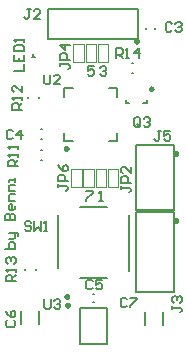
<source format=gto>
%FSDAX25Y25*%
%MOIN*%
%SFA1B1*%

%IPPOS*%
%ADD41C,0.009840*%
%ADD42C,0.007870*%
%ADD43C,0.004920*%
%ADD44C,0.006000*%
%LNptw_ecu_original-1*%
%LPD*%
G36*
X0127303Y0207146D02*
X0125728D01*
X0126516Y0208720*
X0127303Y0207146*
G37*
G54D41*
X0137933Y0176831D02*
D01*
X0137931Y0176865*
X0137928Y0176899*
X0137922Y0176933*
X0137913Y0176966*
X0137903Y0176999*
X0137890Y0177031*
X0137875Y0177061*
X0137858Y0177091*
X0137839Y0177120*
X0137817Y0177147*
X0137794Y0177172*
X0137770Y0177196*
X0137743Y0177218*
X0137716Y0177238*
X0137687Y0177257*
X0137656Y0177273*
X0137625Y0177287*
X0137593Y0177298*
X0137560Y0177308*
X0137526Y0177315*
X0137492Y0177320*
X0137458Y0177322*
X0137423*
X0137389Y0177320*
X0137355Y0177315*
X0137321Y0177308*
X0137288Y0177298*
X0137256Y0177287*
X0137225Y0177273*
X0137195Y0177257*
X0137165Y0177238*
X0137138Y0177218*
X0137111Y0177196*
X0137087Y0177172*
X0137064Y0177147*
X0137042Y0177120*
X0137023Y0177091*
X0137006Y0177061*
X0136991Y0177031*
X0136978Y0176999*
X0136968Y0176966*
X0136959Y0176933*
X0136953Y0176899*
X0136950Y0176865*
X0136949Y0176831*
X0136950Y0176796*
X0136953Y0176762*
X0136959Y0176728*
X0136968Y0176695*
X0136978Y0176662*
X0136991Y0176630*
X0137006Y0176600*
X0137023Y0176570*
X0137042Y0176541*
X0137064Y0176514*
X0137087Y0176489*
X0137111Y0176465*
X0137138Y0176443*
X0137165Y0176423*
X0137195Y0176404*
X0137225Y0176388*
X0137256Y0176374*
X0137288Y0176363*
X0137321Y0176353*
X0137355Y0176346*
X0137389Y0176341*
X0137423Y0176339*
X0137458*
X0137492Y0176341*
X0137526Y0176346*
X0137560Y0176353*
X0137593Y0176363*
X0137625Y0176374*
X0137656Y0176388*
X0137687Y0176404*
X0137716Y0176423*
X0137743Y0176443*
X0137770Y0176465*
X0137794Y0176489*
X0137817Y0176514*
X0137839Y0176541*
X0137858Y0176570*
X0137875Y0176600*
X0137890Y0176630*
X0137903Y0176662*
X0137913Y0176695*
X0137922Y0176728*
X0137928Y0176762*
X0137931Y0176796*
X0137933Y0176831*
X0174449Y0175157D02*
D01*
X0174447Y0175191*
X0174444Y0175225*
X0174438Y0175259*
X0174429Y0175292*
X0174419Y0175325*
X0174406Y0175357*
X0174391Y0175387*
X0174374Y0175417*
X0174355Y0175446*
X0174333Y0175473*
X0174310Y0175498*
X0174286Y0175522*
X0174259Y0175544*
X0174232Y0175564*
X0174203Y0175583*
X0174172Y0175599*
X0174141Y0175613*
X0174109Y0175624*
X0174076Y0175634*
X0174042Y0175641*
X0174008Y0175646*
X0173974Y0175648*
X0173939*
X0173905Y0175646*
X0173871Y0175641*
X0173837Y0175634*
X0173804Y0175624*
X0173772Y0175613*
X0173741Y0175599*
X0173711Y0175583*
X0173681Y0175564*
X0173654Y0175544*
X0173627Y0175522*
X0173603Y0175498*
X0173580Y0175473*
X0173558Y0175446*
X0173539Y0175417*
X0173522Y0175387*
X0173507Y0175357*
X0173494Y0175325*
X0173484Y0175292*
X0173475Y0175259*
X0173469Y0175225*
X0173466Y0175191*
X0173465Y0175157*
X0173466Y0175122*
X0173469Y0175088*
X0173475Y0175054*
X0173484Y0175021*
X0173494Y0174988*
X0173507Y0174956*
X0173522Y0174926*
X0173539Y0174896*
X0173558Y0174867*
X0173580Y0174840*
X0173603Y0174815*
X0173627Y0174791*
X0173654Y0174769*
X0173681Y0174749*
X0173711Y0174730*
X0173741Y0174714*
X0173772Y0174700*
X0173804Y0174689*
X0173837Y0174679*
X0173871Y0174672*
X0173905Y0174667*
X0173939Y0174665*
X0173974*
X0174008Y0174667*
X0174042Y0174672*
X0174076Y0174679*
X0174109Y0174689*
X0174141Y0174700*
X0174172Y0174714*
X0174203Y0174730*
X0174232Y0174749*
X0174259Y0174769*
X0174286Y0174791*
X0174310Y0174815*
X0174333Y0174840*
X0174355Y0174867*
X0174374Y0174896*
X0174391Y0174926*
X0174406Y0174956*
X0174419Y0174988*
X0174429Y0175021*
X0174438Y0175054*
X0174444Y0175088*
X0174447Y0175122*
X0174449Y0175157*
X0166279Y0196713D02*
D01*
X0166277Y0196747*
X0166274Y0196781*
X0166268Y0196815*
X0166259Y0196848*
X0166249Y0196881*
X0166236Y0196913*
X0166221Y0196943*
X0166204Y0196973*
X0166185Y0197002*
X0166163Y0197029*
X0166140Y0197054*
X0166116Y0197078*
X0166089Y0197100*
X0166062Y0197120*
X0166033Y0197139*
X0166002Y0197155*
X0165971Y0197169*
X0165939Y0197180*
X0165906Y0197190*
X0165872Y0197197*
X0165838Y0197202*
X0165804Y0197204*
X0165769*
X0165735Y0197202*
X0165701Y0197197*
X0165667Y0197190*
X0165634Y0197180*
X0165602Y0197169*
X0165571Y0197155*
X0165541Y0197139*
X0165511Y0197120*
X0165484Y0197100*
X0165457Y0197078*
X0165433Y0197054*
X0165410Y0197029*
X0165388Y0197002*
X0165369Y0196973*
X0165352Y0196943*
X0165337Y0196913*
X0165324Y0196881*
X0165314Y0196848*
X0165305Y0196815*
X0165299Y0196781*
X0165296Y0196747*
X0165295Y0196713*
X0165296Y0196678*
X0165299Y0196644*
X0165305Y0196610*
X0165314Y0196577*
X0165324Y0196544*
X0165337Y0196512*
X0165352Y0196482*
X0165369Y0196452*
X0165388Y0196423*
X0165410Y0196396*
X0165433Y0196371*
X0165457Y0196347*
X0165484Y0196325*
X0165511Y0196305*
X0165541Y0196286*
X0165571Y0196270*
X0165602Y0196256*
X0165634Y0196245*
X0165667Y0196235*
X0165701Y0196228*
X0165735Y0196223*
X0165769Y0196221*
X0165804*
X0165838Y0196223*
X0165872Y0196228*
X0165906Y0196235*
X0165939Y0196245*
X0165971Y0196256*
X0166002Y0196270*
X0166033Y0196286*
X0166062Y0196305*
X0166089Y0196325*
X0166116Y0196347*
X0166140Y0196371*
X0166163Y0196396*
X0166185Y0196423*
X0166204Y0196452*
X0166221Y0196482*
X0166236Y0196512*
X0166249Y0196544*
X0166259Y0196577*
X0166268Y0196610*
X0166274Y0196644*
X0166277Y0196678*
X0166279Y0196713*
X0138130Y0127520D02*
D01*
X0138128Y0127554*
X0138125Y0127588*
X0138119Y0127622*
X0138110Y0127655*
X0138100Y0127688*
X0138087Y0127720*
X0138072Y0127750*
X0138055Y0127780*
X0138036Y0127809*
X0138014Y0127836*
X0137991Y0127861*
X0137967Y0127885*
X0137940Y0127907*
X0137913Y0127927*
X0137884Y0127946*
X0137853Y0127962*
X0137822Y0127976*
X0137790Y0127987*
X0137757Y0127997*
X0137723Y0128004*
X0137689Y0128009*
X0137655Y0128011*
X0137620*
X0137586Y0128009*
X0137552Y0128004*
X0137518Y0127997*
X0137485Y0127987*
X0137453Y0127976*
X0137422Y0127962*
X0137392Y0127946*
X0137362Y0127927*
X0137335Y0127907*
X0137308Y0127885*
X0137284Y0127861*
X0137261Y0127836*
X0137239Y0127809*
X0137220Y0127780*
X0137203Y0127750*
X0137188Y0127720*
X0137175Y0127688*
X0137165Y0127655*
X0137156Y0127622*
X0137150Y0127588*
X0137147Y0127554*
X0137146Y0127520*
X0137147Y0127485*
X0137150Y0127451*
X0137156Y0127417*
X0137165Y0127384*
X0137175Y0127351*
X0137188Y0127319*
X0137203Y0127289*
X0137220Y0127259*
X0137239Y0127230*
X0137261Y0127203*
X0137284Y0127178*
X0137308Y0127154*
X0137335Y0127132*
X0137362Y0127112*
X0137392Y0127093*
X0137422Y0127077*
X0137453Y0127063*
X0137485Y0127052*
X0137518Y0127042*
X0137552Y0127035*
X0137586Y0127030*
X0137620Y0127028*
X0137655*
X0137689Y0127030*
X0137723Y0127035*
X0137757Y0127042*
X0137790Y0127052*
X0137822Y0127063*
X0137853Y0127077*
X0137884Y0127093*
X0137913Y0127112*
X0137940Y0127132*
X0137967Y0127154*
X0137991Y0127178*
X0138014Y0127203*
X0138036Y0127230*
X0138055Y0127259*
X0138072Y0127289*
X0138087Y0127319*
X0138100Y0127351*
X0138110Y0127384*
X0138119Y0127417*
X0138125Y0127451*
X0138128Y0127485*
X0138130Y0127520*
X0161516Y0212657D02*
D01*
X0161514Y0212691*
X0161511Y0212725*
X0161505Y0212759*
X0161496Y0212792*
X0161486Y0212825*
X0161473Y0212857*
X0161458Y0212887*
X0161441Y0212917*
X0161422Y0212946*
X0161400Y0212973*
X0161377Y0212998*
X0161353Y0213022*
X0161326Y0213044*
X0161299Y0213064*
X0161270Y0213083*
X0161239Y0213099*
X0161208Y0213113*
X0161176Y0213124*
X0161143Y0213134*
X0161109Y0213141*
X0161075Y0213146*
X0161041Y0213148*
X0161006*
X0160972Y0213146*
X0160938Y0213141*
X0160904Y0213134*
X0160871Y0213124*
X0160839Y0213113*
X0160808Y0213099*
X0160778Y0213083*
X0160748Y0213064*
X0160721Y0213044*
X0160694Y0213022*
X0160670Y0212998*
X0160647Y0212973*
X0160625Y0212946*
X0160606Y0212917*
X0160589Y0212887*
X0160574Y0212857*
X0160561Y0212825*
X0160551Y0212792*
X0160542Y0212759*
X0160536Y0212725*
X0160533Y0212691*
X0160532Y0212657*
X0160533Y0212622*
X0160536Y0212588*
X0160542Y0212554*
X0160551Y0212521*
X0160561Y0212488*
X0160574Y0212456*
X0160589Y0212426*
X0160606Y0212396*
X0160625Y0212367*
X0160647Y0212340*
X0160670Y0212315*
X0160694Y0212291*
X0160721Y0212269*
X0160748Y0212249*
X0160778Y0212230*
X0160808Y0212214*
X0160839Y0212200*
X0160871Y0212189*
X0160904Y0212179*
X0160938Y0212172*
X0160972Y0212167*
X0161006Y0212165*
X0161041*
X0161075Y0212167*
X0161109Y0212172*
X0161143Y0212179*
X0161176Y0212189*
X0161208Y0212200*
X0161239Y0212214*
X0161270Y0212230*
X0161299Y0212249*
X0161326Y0212269*
X0161353Y0212291*
X0161377Y0212315*
X0161400Y0212340*
X0161422Y0212367*
X0161441Y0212396*
X0161458Y0212426*
X0161473Y0212456*
X0161486Y0212488*
X0161496Y0212521*
X0161505Y0212554*
X0161511Y0212588*
X0161514Y0212622*
X0161516Y0212657*
X0138425Y0124665D02*
D01*
X0138423Y0124699*
X0138420Y0124733*
X0138414Y0124767*
X0138405Y0124800*
X0138395Y0124833*
X0138382Y0124865*
X0138367Y0124895*
X0138350Y0124925*
X0138331Y0124954*
X0138309Y0124981*
X0138286Y0125006*
X0138262Y0125030*
X0138235Y0125052*
X0138208Y0125072*
X0138179Y0125091*
X0138148Y0125107*
X0138117Y0125121*
X0138085Y0125132*
X0138052Y0125142*
X0138018Y0125149*
X0137984Y0125154*
X0137950Y0125156*
X0137915*
X0137881Y0125154*
X0137847Y0125149*
X0137813Y0125142*
X0137780Y0125132*
X0137748Y0125121*
X0137717Y0125107*
X0137687Y0125091*
X0137657Y0125072*
X0137630Y0125052*
X0137603Y0125030*
X0137579Y0125006*
X0137556Y0124981*
X0137534Y0124954*
X0137515Y0124925*
X0137498Y0124895*
X0137483Y0124865*
X0137470Y0124833*
X0137460Y0124800*
X0137451Y0124767*
X0137445Y0124733*
X0137442Y0124699*
X0137441Y0124665*
X0137442Y0124630*
X0137445Y0124596*
X0137451Y0124562*
X0137460Y0124529*
X0137470Y0124496*
X0137483Y0124464*
X0137498Y0124434*
X0137515Y0124404*
X0137534Y0124375*
X0137556Y0124348*
X0137579Y0124323*
X0137603Y0124299*
X0137630Y0124277*
X0137657Y0124257*
X0137687Y0124238*
X0137717Y0124222*
X0137748Y0124208*
X0137780Y0124197*
X0137813Y0124187*
X0137847Y0124180*
X0137881Y0124175*
X0137915Y0124173*
X0137950*
X0137984Y0124175*
X0138018Y0124180*
X0138052Y0124187*
X0138085Y0124197*
X0138117Y0124208*
X0138148Y0124222*
X0138179Y0124238*
X0138208Y0124257*
X0138235Y0124277*
X0138262Y0124299*
X0138286Y0124323*
X0138309Y0124348*
X0138331Y0124375*
X0138350Y0124404*
X0138367Y0124434*
X0138382Y0124464*
X0138395Y0124496*
X0138405Y0124529*
X0138414Y0124562*
X0138420Y0124596*
X0138423Y0124630*
X0138425Y0124665*
X0174449Y0152815D02*
D01*
X0174447Y0152849*
X0174444Y0152883*
X0174438Y0152917*
X0174429Y0152950*
X0174419Y0152983*
X0174406Y0153015*
X0174391Y0153045*
X0174374Y0153075*
X0174355Y0153104*
X0174333Y0153131*
X0174310Y0153156*
X0174286Y0153180*
X0174259Y0153202*
X0174232Y0153222*
X0174203Y0153241*
X0174172Y0153257*
X0174141Y0153271*
X0174109Y0153282*
X0174076Y0153292*
X0174042Y0153299*
X0174008Y0153304*
X0173974Y0153306*
X0173939*
X0173905Y0153304*
X0173871Y0153299*
X0173837Y0153292*
X0173804Y0153282*
X0173772Y0153271*
X0173741Y0153257*
X0173711Y0153241*
X0173681Y0153222*
X0173654Y0153202*
X0173627Y0153180*
X0173603Y0153156*
X0173580Y0153131*
X0173558Y0153104*
X0173539Y0153075*
X0173522Y0153045*
X0173507Y0153015*
X0173494Y0152983*
X0173484Y0152950*
X0173475Y0152917*
X0173469Y0152883*
X0173466Y0152849*
X0173465Y0152815*
X0173466Y0152780*
X0173469Y0152746*
X0173475Y0152712*
X0173484Y0152679*
X0173494Y0152646*
X0173507Y0152614*
X0173522Y0152584*
X0173539Y0152554*
X0173558Y0152525*
X0173580Y0152498*
X0173603Y0152473*
X0173627Y0152449*
X0173654Y0152427*
X0173681Y0152407*
X0173711Y0152388*
X0173741Y0152372*
X0173772Y0152358*
X0173804Y0152347*
X0173837Y0152337*
X0173871Y0152330*
X0173905Y0152325*
X0173939Y0152323*
X0173974*
X0174008Y0152325*
X0174042Y0152330*
X0174076Y0152337*
X0174109Y0152347*
X0174141Y0152358*
X0174172Y0152372*
X0174203Y0152388*
X0174232Y0152407*
X0174259Y0152427*
X0174286Y0152449*
X0174310Y0152473*
X0174333Y0152498*
X0174355Y0152525*
X0174374Y0152554*
X0174391Y0152584*
X0174406Y0152614*
X0174419Y0152646*
X0174429Y0152679*
X0174438Y0152712*
X0174444Y0152746*
X0174447Y0152780*
X0174449Y0152815*
G54D42*
X0124744Y0193661D02*
Y0194055D01*
X0128287Y0193661D02*
Y0194055D01*
X0136850Y0179390D02*
X0139606D01*
X0136850D02*
Y0182146D01*
X0151614Y0179390D02*
X0154370D01*
Y0182146*
X0151614Y0196909D02*
X0154370D01*
Y0194153D02*
Y0196909D01*
X0136850D02*
X0139606D01*
X0136850Y0194153D02*
Y0196909D01*
X0160767Y0156260D02*
Y0177914D01*
X0173365Y0156260D02*
Y0177914D01*
X0160767D02*
X0173365D01*
X0160767Y0156260D02*
X0173365D01*
X0157323Y0191988D02*
X0158504D01*
X0157323D02*
Y0193169D01*
X0163228Y0191988D02*
X0164409D01*
Y0193169*
X0159488Y0201929D02*
X0159882D01*
X0159488Y0205472D02*
X0159882D01*
X0164016Y0216791D02*
Y0217185D01*
X0167165Y0216791D02*
Y0217185D01*
X0142165Y0133622D02*
X0150933D01*
X0158307Y0136071D02*
Y0154795D01*
X0142059Y0157244D02*
X0150933D01*
X0134685Y0137165D02*
Y0154795D01*
X0129075Y0183228D02*
X0129469D01*
X0129075Y0180079D02*
X0129469D01*
X0129075Y0172894D02*
X0129469D01*
X0129075Y0176437D02*
X0129469D01*
X0161496Y0213268D02*
Y0223268D01*
X0131496Y0213268D02*
X0161496D01*
X0131496D02*
Y0223268D01*
X0161496*
X0142165Y0111575D02*
X0151221D01*
X0142165Y0123779D02*
X0151221D01*
Y0111575D02*
Y0123779D01*
X0142165Y0111575D02*
Y0123779D01*
X0146496Y0128307D02*
X0146890D01*
X0146496Y0125551D02*
X0146890D01*
X0160768Y0155768D02*
X0173366D01*
Y0129194D02*
Y0155768D01*
X0160768Y0129194D02*
X0173366D01*
X0160768D02*
Y0155768D01*
X0163917Y0118169D02*
Y0122500D01*
X0169823Y0118169D02*
Y0122500D01*
X0128386Y0118268D02*
Y0122598D01*
X0122480Y0118268D02*
Y0122598D01*
X0127272Y0136303D02*
Y0136697D01*
X0123728Y0136303D02*
Y0136697D01*
G54D43*
X0143937Y0211673D02*
X0147480D01*
X0143937Y0205571D02*
Y0211673D01*
Y0205571D02*
X0147480D01*
Y0211673*
X0147972D02*
X0151516D01*
X0147972Y0205571D02*
Y0211673D01*
Y0205571D02*
X0151516D01*
Y0211673*
X0139902D02*
X0143445D01*
X0139902Y0205571D02*
Y0211673D01*
Y0205571D02*
X0143445D01*
Y0211673*
X0147283Y0164035D02*
X0150827D01*
Y0170138*
X0147283D02*
X0150827D01*
X0147283Y0164035D02*
Y0170138D01*
X0143248Y0164035D02*
X0146791D01*
Y0170138*
X0143248D02*
X0146791D01*
X0143248Y0164035D02*
Y0170138D01*
X0139213Y0164035D02*
X0142756D01*
Y0170138*
X0139213D02*
X0142756D01*
X0139213Y0164035D02*
Y0170138D01*
X0151319Y0164035D02*
X0154862D01*
Y0170138*
X0151319D02*
X0154862D01*
X0151319Y0164035D02*
Y0170138D01*
G54D44*
X0117214Y0143465D02*
X0120413D01*
Y0145064*
X0119880Y0145597*
X0119347*
X0118814*
X0118281Y0145064*
Y0143465*
Y0146663D02*
X0119880D01*
X0120413Y0147197*
Y0148796*
X0120947*
X0121480Y0148263*
Y0147730*
X0120413Y0148796D02*
X0118281D01*
X0117214Y0153061D02*
X0120413D01*
Y0154661*
X0119880Y0155194*
X0119347*
X0118814Y0154661*
Y0153061*
Y0154661*
X0118281Y0155194*
X0117748*
X0117214Y0154661*
Y0153061*
X0120413Y0157860D02*
Y0156794D01*
X0119880Y0156260*
X0118814*
X0118281Y0156794*
Y0157860*
X0118814Y0158393*
X0119347*
Y0156260*
X0120413Y0159459D02*
X0118281D01*
Y0161059*
X0118814Y0161592*
X0120413*
Y0162658D02*
X0118281D01*
Y0164258*
X0118814Y0164791*
X0120413*
Y0165857D02*
Y0166924D01*
Y0166391*
X0118281*
Y0165857*
X0122677Y0189823D02*
X0119478D01*
Y0191422*
X0120011Y0191955*
X0121078*
X0121611Y0191422*
Y0189823*
Y0190889D02*
X0122677Y0191955D01*
Y0193022D02*
Y0194088D01*
Y0193555*
X0119478*
X0120011Y0193022*
X0122677Y0197820D02*
Y0195688D01*
X0120545Y0197820*
X0120011*
X0119478Y0197287*
Y0196221*
X0120011Y0195688*
X0146759Y0204341D02*
X0144626D01*
Y0202741*
X0145692Y0203274*
X0146226*
X0146759Y0202741*
Y0201675*
X0146226Y0201142*
X0145159*
X0144626Y0201675*
X0130059Y0201486D02*
Y0198821D01*
X0130592Y0198287*
X0131658*
X0132192Y0198821*
Y0201486*
X0135391Y0198287D02*
X0133258D01*
X0135391Y0200420*
Y0200953*
X0134857Y0201486*
X0133791*
X0133258Y0200953*
X0148760Y0203709D02*
X0149293Y0204242D01*
X0150359*
X0150892Y0203709*
Y0203176*
X0150359Y0202643*
X0149826*
X0150359*
X0150892Y0202110*
Y0201576*
X0150359Y0201043*
X0149293*
X0148760Y0201576*
X0135521Y0205440D02*
Y0204373D01*
Y0204907*
X0138187*
X0138721Y0204373*
Y0203840*
X0138187Y0203307*
X0138721Y0206506D02*
X0135521D01*
Y0208105*
X0136055Y0208639*
X0137121*
X0137654Y0208105*
Y0206506*
X0138721Y0211304D02*
X0135521D01*
X0137121Y0209705*
Y0211838*
X0169003Y0182687D02*
X0167936D01*
X0168470*
Y0180021*
X0167936Y0179488*
X0167403*
X0166870Y0180021*
X0172202Y0182687D02*
X0170069D01*
Y0181088*
X0171135Y0181621*
X0171669*
X0172202Y0181088*
Y0180021*
X0171669Y0179488*
X0170602*
X0170069Y0180021*
X0162211Y0184549D02*
Y0186681D01*
X0161678Y0187215*
X0160612*
X0160079Y0186681*
Y0184549*
X0160612Y0184016*
X0161678*
X0161145Y0185082D02*
X0162211Y0184016D01*
X0161678D02*
X0162211Y0184549D01*
X0163278Y0186681D02*
X0163811Y0187215D01*
X0164877*
X0165410Y0186681*
Y0186148*
X0164877Y0185615*
X0164344*
X0164877*
X0165410Y0185082*
Y0184549*
X0164877Y0184016*
X0163811*
X0163278Y0184549*
X0154173Y0207047D02*
Y0210246D01*
X0155773*
X0156306Y0209713*
Y0208647*
X0155773Y0208114*
X0154173*
X0155240D02*
X0156306Y0207047D01*
X0157372D02*
X0158439D01*
X0157905*
Y0210246*
X0157372Y0209713*
X0161637Y0207047D02*
Y0210246D01*
X0160038Y0208647*
X0162171*
X0172743Y0218473D02*
X0172210Y0219006D01*
X0171143*
X0170610Y0218473*
Y0216340*
X0171143Y0215807*
X0172210*
X0172743Y0216340*
X0173809Y0218473D02*
X0174342Y0219006D01*
X0175409*
X0175942Y0218473*
Y0217940*
X0175409Y0217407*
X0174875*
X0175409*
X0175942Y0216873*
Y0216340*
X0175409Y0215807*
X0174342*
X0173809Y0216340*
X0125794Y0152134D02*
X0125261Y0152667D01*
X0124195*
X0123661Y0152134*
Y0151601*
X0124195Y0151068*
X0125261*
X0125794Y0150535*
Y0150002*
X0125261Y0149469*
X0124195*
X0123661Y0150002*
X0126860Y0152667D02*
Y0149469D01*
X0127927Y0150535*
X0128993Y0149469*
Y0152667*
X0130059Y0149469D02*
X0131126D01*
X0130593*
Y0152667*
X0130059Y0152134*
X0148563Y0159508D02*
X0149629D01*
X0149096*
Y0162707*
X0148563Y0162174*
X0144134Y0162707D02*
X0146266D01*
Y0162174*
X0144134Y0160041*
Y0159508*
X0134833Y0164987D02*
Y0163921D01*
Y0164454*
X0137498*
X0138031Y0163921*
Y0163388*
X0137498Y0162854*
X0138031Y0166053D02*
X0134833D01*
Y0167653*
X0135366Y0168186*
X0136432*
X0136965Y0167653*
Y0166053*
X0134833Y0171385D02*
X0135366Y0170319D01*
X0136432Y0169252*
X0137498*
X0138031Y0169785*
Y0170852*
X0137498Y0171385*
X0136965*
X0136432Y0170852*
Y0169252*
X0155895Y0164396D02*
Y0163330D01*
Y0163863*
X0158561*
X0159095Y0163330*
Y0162797*
X0158561Y0162264*
X0159095Y0165463D02*
X0155895D01*
Y0167062*
X0156429Y0167595*
X0157495*
X0158028Y0167062*
Y0165463*
X0159095Y0170794D02*
Y0168662D01*
X0156962Y0170794*
X0156429*
X0155895Y0170261*
Y0169195*
X0156429Y0168662*
X0119790Y0182548D02*
X0119257Y0183081D01*
X0118191*
X0117657Y0182548*
Y0180415*
X0118191Y0179882*
X0119257*
X0119790Y0180415*
X0122456Y0179882D02*
Y0183081D01*
X0120856Y0181481*
X0122989*
X0121398Y0170925D02*
X0118199D01*
Y0172525*
X0118732Y0173058*
X0119798*
X0120331Y0172525*
Y0170925*
Y0171992D02*
X0121398Y0173058D01*
Y0174124D02*
Y0175190D01*
Y0174657*
X0118199*
X0118732Y0174124*
X0121398Y0176790D02*
Y0177856D01*
Y0177323*
X0118199*
X0118732Y0176790*
X0120167Y0202815D02*
X0123366D01*
Y0204948*
X0120167Y0208147D02*
Y0206014D01*
X0123366*
Y0208147*
X0121767Y0206014D02*
Y0207080D01*
X0120167Y0209213D02*
X0123366D01*
Y0210812*
X0122833Y0211346*
X0120700*
X0120167Y0210812*
Y0209213*
X0123366Y0212412D02*
Y0213478D01*
Y0212945*
X0120167*
X0120700Y0212412*
X0130256Y0126683D02*
Y0124017D01*
X0130789Y0123484*
X0131855*
X0132389Y0124017*
Y0126683*
X0133455Y0126150D02*
X0133988Y0126683D01*
X0135054*
X0135588Y0126150*
Y0125617*
X0135054Y0125084*
X0134521*
X0135054*
X0135588Y0124551*
Y0124017*
X0135054Y0123484*
X0133988*
X0133455Y0124017*
X0120610Y0132539D02*
X0117411D01*
Y0134139*
X0117944Y0134672*
X0119011*
X0119544Y0134139*
Y0132539*
Y0133606D02*
X0120610Y0134672D01*
Y0135738D02*
Y0136805D01*
Y0136272*
X0117411*
X0117944Y0135738*
Y0138404D02*
X0117411Y0138937D01*
Y0140004*
X0117944Y0140537*
X0118478*
X0119011Y0140004*
Y0139471*
Y0140004*
X0119544Y0140537*
X0120077*
X0120610Y0140004*
Y0138937*
X0120077Y0138404*
X0125597Y0223238D02*
X0124531D01*
X0125064*
Y0220572*
X0124531Y0220039*
X0123998*
X0123465Y0220572*
X0128796Y0220039D02*
X0126663D01*
X0128796Y0222172*
Y0222705*
X0128263Y0223238*
X0127197*
X0126663Y0222705*
X0146266Y0132548D02*
X0145733Y0133081D01*
X0144667*
X0144134Y0132548*
Y0130415*
X0144667Y0129882*
X0145733*
X0146266Y0130415*
X0149466Y0133081D02*
X0147333D01*
Y0131481*
X0148399Y0132015*
X0148932*
X0149466Y0131481*
Y0130415*
X0148932Y0129882*
X0147866*
X0147333Y0130415*
X0117877Y0119562D02*
X0117344Y0119029D01*
Y0117962*
X0117877Y0117429*
X0120010*
X0120543Y0117962*
Y0119029*
X0120010Y0119562*
X0117344Y0122761D02*
X0117877Y0121694D01*
X0118944Y0120628*
X0120010*
X0120543Y0121161*
Y0122228*
X0120010Y0122761*
X0119477*
X0118944Y0122228*
Y0120628*
X0157782Y0126642D02*
X0157249Y0127175D01*
X0156183*
X0155650Y0126642*
Y0124510*
X0156183Y0123976*
X0157249*
X0157782Y0124510*
X0158849Y0127175D02*
X0160981D01*
Y0126642*
X0158849Y0124510*
Y0123976*
X0172923Y0124337D02*
Y0123271D01*
Y0123804*
X0175589*
X0176122Y0123271*
Y0122738*
X0175589Y0122205*
X0173456Y0125404D02*
X0172923Y0125937D01*
Y0127003*
X0173456Y0127536*
X0173989*
X0174523Y0127003*
Y0126470*
Y0127003*
X0175056Y0127536*
X0175589*
X0176122Y0127003*
Y0125937*
X0175589Y0125404*
M02*
</source>
